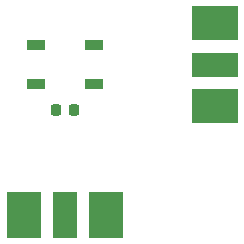
<source format=gts>
%TF.GenerationSoftware,KiCad,Pcbnew,8.0.4*%
%TF.CreationDate,2024-08-03T19:15:57-04:00*%
%TF.ProjectId,ws2812b-corner-right,77733238-3132-4622-9d63-6f726e65722d,rev?*%
%TF.SameCoordinates,Original*%
%TF.FileFunction,Soldermask,Top*%
%TF.FilePolarity,Negative*%
%FSLAX46Y46*%
G04 Gerber Fmt 4.6, Leading zero omitted, Abs format (unit mm)*
G04 Created by KiCad (PCBNEW 8.0.4) date 2024-08-03 19:15:57*
%MOMM*%
%LPD*%
G01*
G04 APERTURE LIST*
G04 Aperture macros list*
%AMRoundRect*
0 Rectangle with rounded corners*
0 $1 Rounding radius*
0 $2 $3 $4 $5 $6 $7 $8 $9 X,Y pos of 4 corners*
0 Add a 4 corners polygon primitive as box body*
4,1,4,$2,$3,$4,$5,$6,$7,$8,$9,$2,$3,0*
0 Add four circle primitives for the rounded corners*
1,1,$1+$1,$2,$3*
1,1,$1+$1,$4,$5*
1,1,$1+$1,$6,$7*
1,1,$1+$1,$8,$9*
0 Add four rect primitives between the rounded corners*
20,1,$1+$1,$2,$3,$4,$5,0*
20,1,$1+$1,$4,$5,$6,$7,0*
20,1,$1+$1,$6,$7,$8,$9,0*
20,1,$1+$1,$8,$9,$2,$3,0*%
G04 Aperture macros list end*
%ADD10R,4.000000X3.000000*%
%ADD11R,4.000000X2.000000*%
%ADD12RoundRect,0.225000X0.225000X0.250000X-0.225000X0.250000X-0.225000X-0.250000X0.225000X-0.250000X0*%
%ADD13R,3.000000X4.000000*%
%ADD14R,2.000000X4.000000*%
%ADD15R,1.500000X0.900000*%
G04 APERTURE END LIST*
D10*
%TO.C,J2*%
X165100000Y-72700000D03*
D11*
X165100000Y-76200000D03*
D10*
X165100000Y-79700000D03*
%TD*%
D12*
%TO.C,C1*%
X153175000Y-80010000D03*
X151625000Y-80010000D03*
%TD*%
D13*
%TO.C,J1*%
X148900000Y-88900000D03*
D14*
X152400000Y-88900000D03*
D13*
X155900000Y-88900000D03*
%TD*%
D15*
%TO.C,D1*%
X154850000Y-77850000D03*
X154850000Y-74550000D03*
X149950000Y-74550000D03*
X149950000Y-77850000D03*
%TD*%
M02*

</source>
